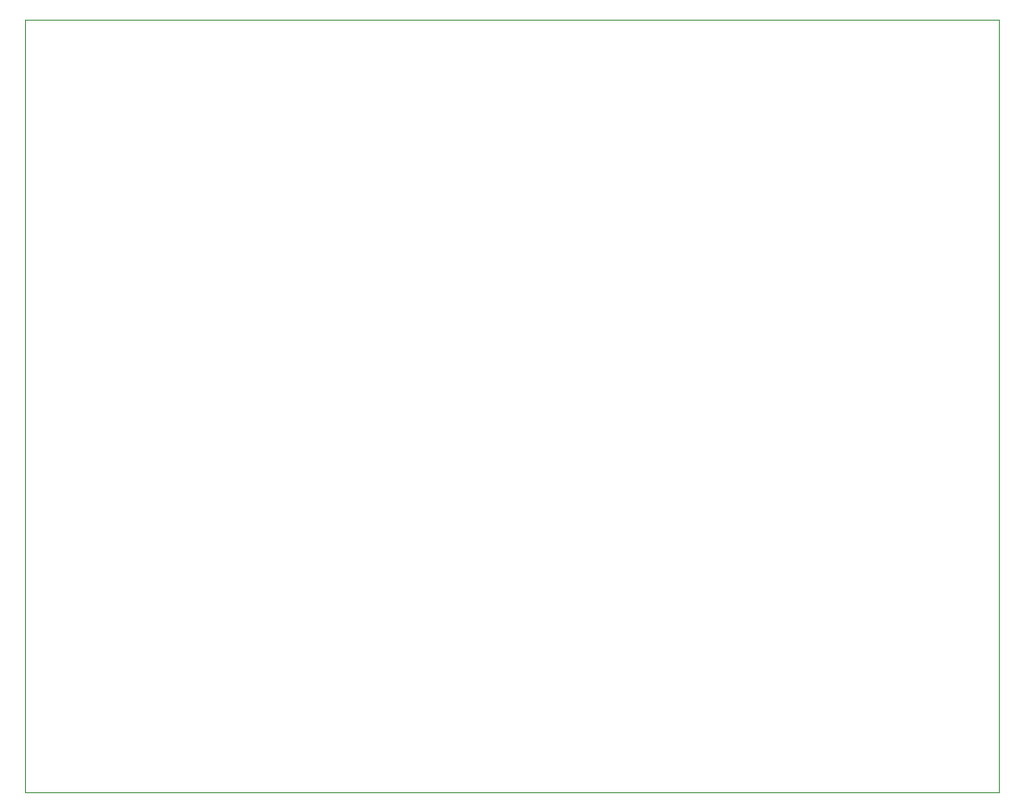
<source format=gbr>
%TF.GenerationSoftware,KiCad,Pcbnew,7.0.7*%
%TF.CreationDate,2024-01-17T20:42:02-05:00*%
%TF.ProjectId,Unified_Board,556e6966-6965-4645-9f42-6f6172642e6b,rev?*%
%TF.SameCoordinates,Original*%
%TF.FileFunction,Profile,NP*%
%FSLAX46Y46*%
G04 Gerber Fmt 4.6, Leading zero omitted, Abs format (unit mm)*
G04 Created by KiCad (PCBNEW 7.0.7) date 2024-01-17 20:42:02*
%MOMM*%
%LPD*%
G01*
G04 APERTURE LIST*
%TA.AperFunction,Profile*%
%ADD10C,0.100000*%
%TD*%
G04 APERTURE END LIST*
D10*
X69000000Y-36000000D02*
X161000000Y-36000000D01*
X161000000Y-109000000D01*
X69000000Y-109000000D01*
X69000000Y-36000000D01*
M02*

</source>
